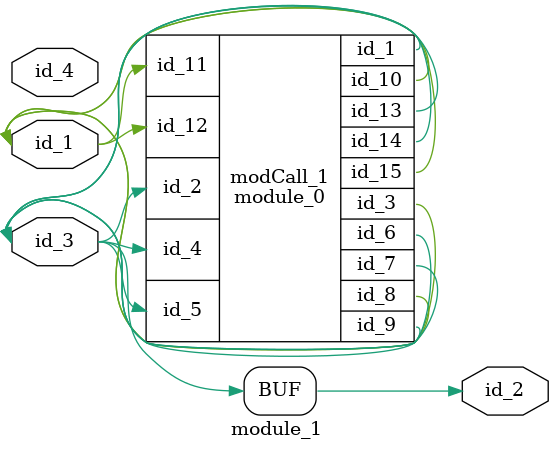
<source format=v>
module module_0 (
    id_1,
    id_2,
    id_3,
    id_4,
    id_5,
    id_6,
    id_7,
    id_8,
    id_9,
    id_10,
    id_11,
    id_12,
    id_13,
    id_14,
    id_15
);
  output wire id_15;
  output wire id_14;
  output wire id_13;
  input wire id_12;
  input wire id_11;
  output wire id_10;
  output wire id_9;
  inout wire id_8;
  output wire id_7;
  output wire id_6;
  input wire id_5;
  input wire id_4;
  output wire id_3;
  input wire id_2;
  inout wire id_1;
  wire id_16;
  assign id_7 = 1;
  wire id_17;
  supply1 id_18, id_19, id_20, id_21, id_22;
  parameter id_23 = 1;
  assign id_22 = id_1;
  assign id_1  = 1'b0;
  assign id_18 = -1;
endmodule
module module_1 (
    id_1,
    id_2,
    id_3,
    id_4
);
  input wire id_4;
  inout wire id_3;
  output wire id_2;
  inout wire id_1;
  assign id_2 = id_3;
  module_0 modCall_1 (
      id_3,
      id_3,
      id_1,
      id_3,
      id_3,
      id_2,
      id_3,
      id_1,
      id_3,
      id_1,
      id_1,
      id_1,
      id_2,
      id_3,
      id_1
  );
endmodule

</source>
